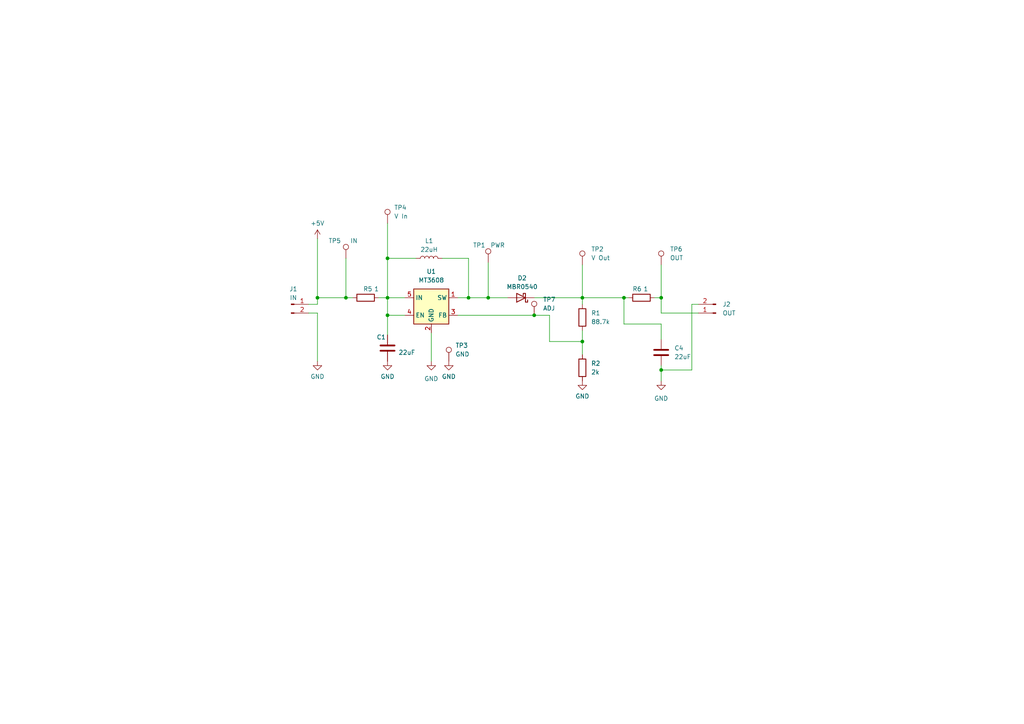
<source format=kicad_sch>
(kicad_sch (version 20230121) (generator eeschema)
  (paper "A4")
  (lib_symbols
    (symbol "Connector:Conn_01x02_Pin" (pin_names (offset 1.016) hide)
      (property "Reference" "J" (at 0 2.54 0))
      (property "Value" "Conn_01x02_Pin" (at 0 -5.08 0))
      (symbol "Conn_01x02_Pin_1_1"
        (polyline (pts (xy 1.27 -2.54) (xy 0.8636 -2.54)) (stroke (width 0.1524)))
        (polyline (pts (xy 1.27 0) (xy 0.8636 0)) (stroke (width 0.1524)))
        (rectangle (start 0.8636 -2.413) (end 0 -2.667) (stroke (width 0.1524)) (fill (type outline)))
        (rectangle (start 0.8636 0.127) (end 0 -0.127) (stroke (width 0.1524)) (fill (type outline)))
        (pin passive line (at 5.08 0 180) (length 3.81) (name "Pin_1") (number "1"))
        (pin passive line (at 5.08 -2.54 180) (length 3.81) (name "Pin_2") (number "2"))
      )
    )
    (symbol "Connector:TestPoint" (pin_numbers hide) (pin_names (offset 0.762) hide)
      (property "Reference" "TP" (at 0 6.858 0))
      (property "Value" "TestPoint" (at 0 5.08 0))
      (symbol "TestPoint_0_1"
        (circle (center 0 3.302) (radius 0.762))
      )
      (symbol "TestPoint_1_1"
        (pin passive line (at 0 0 90) (length 2.54) (name "1") (number "1"))
      )
    )
    (symbol "Device:C" (pin_numbers hide) (pin_names (offset 0.254))
      (property "Reference" "C" (at 0.635 2.54 0))
      (property "Value" "C" (at 0.635 -2.54 0))
      (symbol "C_0_1"
        (polyline (pts (xy -2.032 -0.762) (xy 2.032 -0.762)) (stroke (width 0.508)))
        (polyline (pts (xy -2.032 0.762) (xy 2.032 0.762)) (stroke (width 0.508)))
      )
      (symbol "C_1_1"
        (pin passive line (at 0 3.81 270) (length 2.794) (name "~") (number "1"))
        (pin passive line (at 0 -3.81 90) (length 2.794) (name "~") (number "2"))
      )
    )
    (symbol "Device:L" (pin_numbers hide) (pin_names (offset 1.016) hide)
      (property "Reference" "L" (at -1.27 0 90))
      (property "Value" "L" (at 1.905 0 90))
      (symbol "L_0_1"
        (arc (start 0 -2.54) (mid 0.6323 -1.905) (end 0 -1.27))
        (arc (start 0 -1.27) (mid 0.6323 -0.635) (end 0 0))
        (arc (start 0 0) (mid 0.6323 0.635) (end 0 1.27))
        (arc (start 0 1.27) (mid 0.6323 1.905) (end 0 2.54))
      )
      (symbol "L_1_1"
        (pin passive line (at 0 3.81 270) (length 1.27) (name "1") (number "1"))
        (pin passive line (at 0 -3.81 90) (length 1.27) (name "2") (number "2"))
      )
    )
    (symbol "Device:R" (pin_numbers hide) (pin_names (offset 0))
      (property "Reference" "R" (at 2.032 0 90))
      (property "Value" "R" (at 0 0 90))
      (symbol "R_0_1"
        (rectangle (start -1.016 -2.54) (end 1.016 2.54) (stroke (width 0.254)))
      )
      (symbol "R_1_1"
        (pin passive line (at 0 3.81 270) (length 1.27) (name "~") (number "1"))
        (pin passive line (at 0 -3.81 90) (length 1.27) (name "~") (number "2"))
      )
    )
    (symbol "Diode:MBR0540" (pin_numbers hide) (pin_names (offset 1.016) hide)
      (property "Reference" "D" (at 0 2.54 0))
      (property "Value" "MBR0540" (at 0 -2.54 0))
      (symbol "MBR0540_0_1"
        (polyline (pts (xy 1.27 0) (xy -1.27 0)))
        (polyline (pts (xy 1.27 1.27) (xy 1.27 -1.27) (xy -1.27 0) (xy 1.27 1.27)) (stroke (width 0.254)))
        (polyline (pts (xy -1.905 0.635) (xy -1.905 1.27) (xy -1.27 1.27) (xy -1.27 -1.27) (xy -0.635 -1.27) (xy -0.635 -0.635)) (stroke (width 0.254)))
      )
      (symbol "MBR0540_1_1"
        (pin passive line (at -3.81 0 0) (length 2.54) (name "K") (number "1"))
        (pin passive line (at 3.81 0 180) (length 2.54) (name "A") (number "2"))
      )
    )
    (symbol "Regulator_Switching:MT3608"
      (property "Reference" "U" (at -2.54 8.89 0))
      (property "Value" "MT3608" (at -3.81 6.35 0))
      (symbol "MT3608_0_1"
        (rectangle (start -5.08 5.08) (end 5.08 -5.08) (stroke (width 0.254)) (fill (type background)))
      )
      (symbol "MT3608_1_1"
        (pin passive line (at 7.62 2.54 180) (length 2.54) (name "SW") (number "1"))
        (pin power_in line (at 0 -7.62 90) (length 2.54) (name "GND") (number "2"))
        (pin input line (at 7.62 -2.54 180) (length 2.54) (name "FB") (number "3"))
        (pin input line (at -7.62 -2.54 0) (length 2.54) (name "EN") (number "4"))
        (pin power_in line (at -7.62 2.54 0) (length 2.54) (name "IN") (number "5"))
        (pin no_connect line (at 5.08 0 180) (length 2.54) hide (name "NC") (number "6"))
      )
    )
    (symbol "power:+5V" (power) (pin_names (offset 0))
      (property "Value" "+5V" (at 0 3.556 0))
      (symbol "+5V_0_1"
        (polyline (pts (xy -0.762 1.27) (xy 0 2.54)))
        (polyline (pts (xy 0 0) (xy 0 2.54)))
        (polyline (pts (xy 0 2.54) (xy 0.762 1.27)))
      )
      (symbol "+5V_1_1"
        (pin power_in line (at 0 0 90) (length 0) hide (name "+5V") (number "1"))
      )
    )
    (symbol "power:GND" (power) (pin_names (offset 0))
      (property "Value" "GND" (at 0 -3.81 0))
      (symbol "GND_0_1"
        (polyline (pts (xy 0 0) (xy 0 -1.27) (xy 1.27 -1.27) (xy 0 -2.54) (xy -1.27 -1.27) (xy 0 -1.27)))
      )
      (symbol "GND_1_1"
        (pin power_in line (at 0 0 270) (length 0) hide (name "GND") (number "1"))
      )
    )
  )
  (junction (at 191.77 107.315))
  (junction (at 168.91 99.06))
  (junction (at 112.395 91.44))
  (junction (at 180.975 86.36))
  (junction (at 191.77 86.36))
  (junction (at 100.33 86.36))
  (junction (at 154.94 91.44))
  (junction (at 141.605 86.36))
  (junction (at 168.91 86.36))
  (junction (at 112.395 74.93))
  (junction (at 92.075 86.36))
  (junction (at 112.395 86.36))
  (junction (at 135.89 86.36))
  (wire (pts (xy 191.77 106.045) (xy 191.77 107.315)))
  (wire (pts (xy 191.77 98.425) (xy 191.77 93.98)))
  (wire (pts (xy 125.095 104.775) (xy 125.095 96.52)))
  (wire (pts (xy 141.605 76.2) (xy 141.605 86.36)))
  (wire (pts (xy 89.535 90.805) (xy 92.075 90.805)))
  (wire (pts (xy 117.475 86.36) (xy 112.395 86.36)))
  (wire (pts (xy 191.77 86.36) (xy 191.77 90.805)))
  (wire (pts (xy 180.975 93.98) (xy 191.77 93.98)))
  (wire (pts (xy 92.075 88.265) (xy 89.535 88.265)))
  (wire (pts (xy 168.91 95.885) (xy 168.91 99.06)))
  (wire (pts (xy 168.91 86.36) (xy 168.91 88.265)))
  (wire (pts (xy 200.66 88.265) (xy 200.66 107.315)))
  (wire (pts (xy 202.565 90.805) (xy 191.77 90.805)))
  (wire (pts (xy 109.855 86.36) (xy 112.395 86.36)))
  (wire (pts (xy 168.91 86.36) (xy 180.975 86.36)))
  (wire (pts (xy 135.89 74.93) (xy 135.89 86.36)))
  (wire (pts (xy 168.91 99.06) (xy 168.91 102.87)))
  (wire (pts (xy 200.66 107.315) (xy 191.77 107.315)))
  (wire (pts (xy 159.385 99.06) (xy 168.91 99.06)))
  (wire (pts (xy 191.77 86.36) (xy 191.77 76.835)))
  (wire (pts (xy 112.395 91.44) (xy 117.475 91.44)))
  (wire (pts (xy 191.77 107.315) (xy 191.77 110.49)))
  (wire (pts (xy 92.075 90.805) (xy 92.075 104.775)))
  (wire (pts (xy 141.605 86.36) (xy 147.32 86.36)))
  (wire (pts (xy 92.075 86.36) (xy 92.075 88.265)))
  (wire (pts (xy 132.715 86.36) (xy 135.89 86.36)))
  (wire (pts (xy 120.65 74.93) (xy 112.395 74.93)))
  (wire (pts (xy 112.395 91.44) (xy 112.395 97.155)))
  (wire (pts (xy 154.94 86.36) (xy 168.91 86.36)))
  (wire (pts (xy 128.27 74.93) (xy 135.89 74.93)))
  (wire (pts (xy 102.235 86.36) (xy 100.33 86.36)))
  (wire (pts (xy 135.89 86.36) (xy 141.605 86.36)))
  (wire (pts (xy 189.865 86.36) (xy 191.77 86.36)))
  (wire (pts (xy 180.975 86.36) (xy 180.975 93.98)))
  (wire (pts (xy 92.075 69.215) (xy 92.075 86.36)))
  (wire (pts (xy 112.395 74.93) (xy 112.395 86.36)))
  (wire (pts (xy 112.395 86.36) (xy 112.395 91.44)))
  (wire (pts (xy 112.395 64.77) (xy 112.395 74.93)))
  (wire (pts (xy 168.91 76.835) (xy 168.91 86.36)))
  (wire (pts (xy 159.385 91.44) (xy 159.385 99.06)))
  (wire (pts (xy 100.33 86.36) (xy 100.33 74.93)))
  (wire (pts (xy 132.715 91.44) (xy 154.94 91.44)))
  (wire (pts (xy 180.975 86.36) (xy 182.245 86.36)))
  (wire (pts (xy 202.565 88.265) (xy 200.66 88.265)))
  (wire (pts (xy 92.075 86.36) (xy 100.33 86.36)))
  (wire (pts (xy 154.94 91.44) (xy 159.385 91.44)))
  (symbol (lib_id "Device:R") (at 106.045 86.36 90) (unit 1)
    (property "Reference" "R5" (at 106.68 83.82 90))
    (property "Value" "1" (at 109.22 83.82 90))
    (property "Footprint" "Resistor_SMD:R_0805_2012Metric_Pad1.20x1.40mm_HandSolder" (effects hide))
  )
  (symbol (lib_id "power:GND") (at 125.095 104.775 0) (unit 1)
    (property "Reference" "#PWR05" (effects hide))
    (property "Value" "GND" (at 125.095 109.855 0))
  )
  (symbol (lib_id "Connector:TestPoint") (at 154.94 91.44 0) (unit 1)
    (property "Reference" "TP7" (at 157.48 86.868 0) (effects (justify left)))
    (property "Value" "ADJ" (at 157.48 89.408 0) (effects (justify left)))
    (property "Footprint" "Connector_Pin:Pin_D1.2mm_L11.3mm_W3.0mm_Flat" (effects hide))
  )
  (symbol (lib_id "power:GND") (at 191.77 110.49 0) (unit 1)
    (property "Reference" "#PWR012" (effects hide))
    (property "Value" "GND" (at 191.77 115.57 0))
  )
  (symbol (lib_id "power:GND") (at 92.075 104.775 0) (unit 1)
    (property "Reference" "#PWR010" (effects hide))
    (property "Value" "GND" (at 92.075 109.22 0))
  )
  (symbol (lib_id "Connector:Conn_01x02_Pin") (at 84.455 88.265 0) (unit 1)
    (property "Reference" "J1" (at 85.09 83.82 0))
    (property "Value" "IN" (at 85.09 86.36 0))
    (property "Footprint" "Connector_PinHeader_2.54mm:PinHeader_1x02_P2.54mm_Vertical" (effects hide))
  )
  (symbol (lib_id "Device:C") (at 112.395 100.965 0) (unit 1)
    (property "Reference" "C1" (at 109.22 97.79 0) (effects (justify left)))
    (property "Value" "22uF" (at 115.57 102.235 0) (effects (justify left)))
    (property "Footprint" "Capacitor_SMD:C_0805_2012Metric_Pad1.18x1.45mm_HandSolder" (effects hide))
  )
  (symbol (lib_id "Connector:Conn_01x02_Pin") (at 207.645 90.805 180) (unit 1)
    (property "Reference" "J2" (at 209.55 88.265 0) (effects (justify right)))
    (property "Value" "OUT" (at 209.55 90.805 0) (effects (justify right)))
    (property "Footprint" "Connector_PinHeader_2.54mm:PinHeader_1x02_P2.54mm_Vertical" (effects hide))
  )
  (symbol (lib_id "Device:R") (at 168.91 92.075 0) (unit 1)
    (property "Reference" "R1" (at 171.45 90.805 0) (effects (justify left)))
    (property "Value" "88.7k" (at 171.45 93.345 0) (effects (justify left)))
    (property "Footprint" "Resistor_SMD:R_0603_1608Metric_Pad0.98x0.95mm_HandSolder" (effects hide))
  )
  (symbol (lib_id "Device:C") (at 191.77 102.235 0) (unit 1)
    (property "Reference" "C4" (at 195.58 100.965 0) (effects (justify left)))
    (property "Value" "22uF" (at 195.58 103.505 0) (effects (justify left)))
    (property "Footprint" "Capacitor_SMD:C_0805_2012Metric_Pad1.18x1.45mm_HandSolder" (effects hide))
  )
  (symbol (lib_id "Regulator_Switching:MT3608") (at 125.095 88.9 0) (unit 1)
    (property "Reference" "U1" (at 125.095 78.74 0))
    (property "Value" "MT3608" (at 125.095 81.28 0))
    (property "Footprint" "Package_TO_SOT_SMD:SOT-23-6" (effects hide))
    (property "Datasheet" "https://www.olimex.com/Products/Breadboarding/BB-PWR-3608/resources/MT3608.pdf" (effects hide))
  )
  (symbol (lib_id "power:+5V") (at 92.075 69.215 0) (unit 1)
    (property "Reference" "#PWR01" (effects hide))
    (property "Value" "+5V" (at 92.075 64.77 0))
  )
  (symbol (lib_id "power:GND") (at 112.395 104.775 0) (unit 1)
    (property "Reference" "#PWR07" (effects hide))
    (property "Value" "GND" (at 112.395 109.22 0))
  )
  (symbol (lib_id "Diode:MBR0540") (at 151.13 86.36 180) (unit 1)
    (property "Reference" "D2" (at 151.4475 80.645 0))
    (property "Value" "MBR0540" (at 151.4475 83.185 0))
    (property "Footprint" "Diode_SMD:D_SOD-123" (effects hide))
    (property "Datasheet" "http://www.mccsemi.com/up_pdf/MBR0520~MBR0580(SOD123).pdf" (effects hide))
  )
  (symbol (lib_id "Connector:TestPoint") (at 130.175 104.775 0) (unit 1)
    (property "Reference" "TP3" (at 132.08 100.203 0) (effects (justify left)))
    (property "Value" "GND" (at 132.08 102.743 0) (effects (justify left)))
    (property "Footprint" "Connector_Pin:Pin_D1.2mm_L11.3mm_W3.0mm_Flat" (effects hide))
  )
  (symbol (lib_id "power:GND") (at 130.175 104.775 0) (unit 1)
    (property "Reference" "#PWR08" (effects hide))
    (property "Value" "GND" (at 130.175 109.22 0))
  )
  (symbol (lib_id "Device:L") (at 124.46 74.93 90) (unit 1)
    (property "Reference" "L1" (at 124.46 69.85 90))
    (property "Value" "22uH" (at 124.46 72.39 90))
    (property "Footprint" "Inductor_SMD:L_Bourns_SRR1208_12.7x12.7mm" (effects hide))
  )
  (symbol (lib_id "Connector:TestPoint") (at 100.33 74.93 0) (unit 1)
    (property "Reference" "TP5" (at 95.25 69.85 0) (effects (justify left)))
    (property "Value" "IN" (at 101.6 69.85 0) (effects (justify left)))
    (property "Footprint" "Connector_Pin:Pin_D1.2mm_L11.3mm_W3.0mm_Flat" (effects hide))
  )
  (symbol (lib_id "Connector:TestPoint") (at 168.91 76.835 0) (unit 1)
    (property "Reference" "TP2" (at 171.45 72.263 0) (effects (justify left)))
    (property "Value" "V Out" (at 171.45 74.803 0) (effects (justify left)))
    (property "Footprint" "Connector_Pin:Pin_D1.2mm_L11.3mm_W3.0mm_Flat" (effects hide))
  )
  (symbol (lib_id "Connector:TestPoint") (at 112.395 64.77 0) (unit 1)
    (property "Reference" "TP4" (at 114.3 60.198 0) (effects (justify left)))
    (property "Value" "V In" (at 114.3 62.738 0) (effects (justify left)))
    (property "Footprint" "Connector_Pin:Pin_D1.2mm_L11.3mm_W3.0mm_Flat" (effects hide))
  )
  (symbol (lib_id "Device:R") (at 168.91 106.68 0) (unit 1)
    (property "Reference" "R2" (at 171.45 105.41 0) (effects (justify left)))
    (property "Value" "2k" (at 171.45 107.95 0) (effects (justify left)))
    (property "Footprint" "Resistor_SMD:R_0603_1608Metric_Pad0.98x0.95mm_HandSolder" (effects hide))
  )
  (symbol (lib_id "power:GND") (at 168.91 110.49 0) (unit 1)
    (property "Reference" "#PWR09" (effects hide))
    (property "Value" "GND" (at 168.91 114.935 0))
  )
  (symbol (lib_id "Device:R") (at 186.055 86.36 90) (unit 1)
    (property "Reference" "R6" (at 184.785 83.82 90))
    (property "Value" "1" (at 187.325 83.82 90))
    (property "Footprint" "Resistor_SMD:R_0805_2012Metric_Pad1.20x1.40mm_HandSolder" (effects hide))
  )
  (symbol (lib_id "Connector:TestPoint") (at 141.605 76.2 0) (unit 1)
    (property "Reference" "TP1" (at 137.16 71.12 0) (effects (justify left)))
    (property "Value" "PWR" (at 142.24 71.12 0) (effects (justify left)))
    (property "Footprint" "Connector_Pin:Pin_D1.2mm_L11.3mm_W3.0mm_Flat" (effects hide))
  )
  (symbol (lib_id "Connector:TestPoint") (at 191.77 76.835 0) (unit 1)
    (property "Reference" "TP6" (at 194.31 72.263 0) (effects (justify left)))
    (property "Value" "OUT" (at 194.31 74.803 0) (effects (justify left)))
    (property "Footprint" "Connector_Pin:Pin_D1.2mm_L11.3mm_W3.0mm_Flat" (effects hide))
  )
)
</source>
